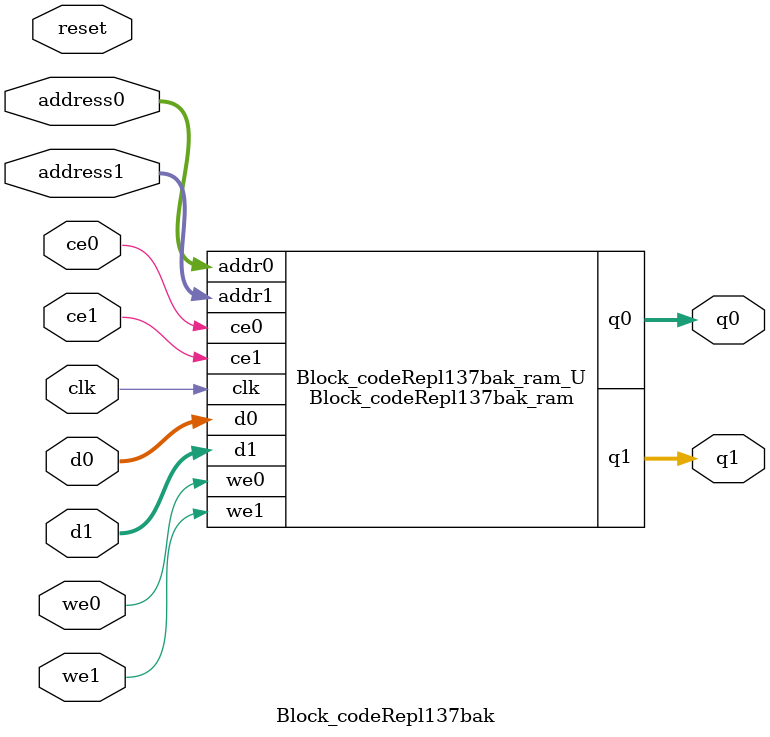
<source format=v>
`timescale 1 ns / 1 ps
module Block_codeRepl137bak_ram (addr0, ce0, d0, we0, q0, addr1, ce1, d1, we1, q1,  clk);

parameter DWIDTH = 5;
parameter AWIDTH = 13;
parameter MEM_SIZE = 7872;

input[AWIDTH-1:0] addr0;
input ce0;
input[DWIDTH-1:0] d0;
input we0;
output reg[DWIDTH-1:0] q0;
input[AWIDTH-1:0] addr1;
input ce1;
input[DWIDTH-1:0] d1;
input we1;
output reg[DWIDTH-1:0] q1;
input clk;

(* ram_style = "block" *)reg [DWIDTH-1:0] ram[0:MEM_SIZE-1];




always @(posedge clk)  
begin 
    if (ce0) begin
        if (we0) 
            ram[addr0] <= d0; 
        q0 <= ram[addr0];
    end
end


always @(posedge clk)  
begin 
    if (ce1) begin
        if (we1) 
            ram[addr1] <= d1; 
        q1 <= ram[addr1];
    end
end


endmodule

`timescale 1 ns / 1 ps
module Block_codeRepl137bak(
    reset,
    clk,
    address0,
    ce0,
    we0,
    d0,
    q0,
    address1,
    ce1,
    we1,
    d1,
    q1);

parameter DataWidth = 32'd5;
parameter AddressRange = 32'd7872;
parameter AddressWidth = 32'd13;
input reset;
input clk;
input[AddressWidth - 1:0] address0;
input ce0;
input we0;
input[DataWidth - 1:0] d0;
output[DataWidth - 1:0] q0;
input[AddressWidth - 1:0] address1;
input ce1;
input we1;
input[DataWidth - 1:0] d1;
output[DataWidth - 1:0] q1;



Block_codeRepl137bak_ram Block_codeRepl137bak_ram_U(
    .clk( clk ),
    .addr0( address0 ),
    .ce0( ce0 ),
    .we0( we0 ),
    .d0( d0 ),
    .q0( q0 ),
    .addr1( address1 ),
    .ce1( ce1 ),
    .we1( we1 ),
    .d1( d1 ),
    .q1( q1 ));

endmodule


</source>
